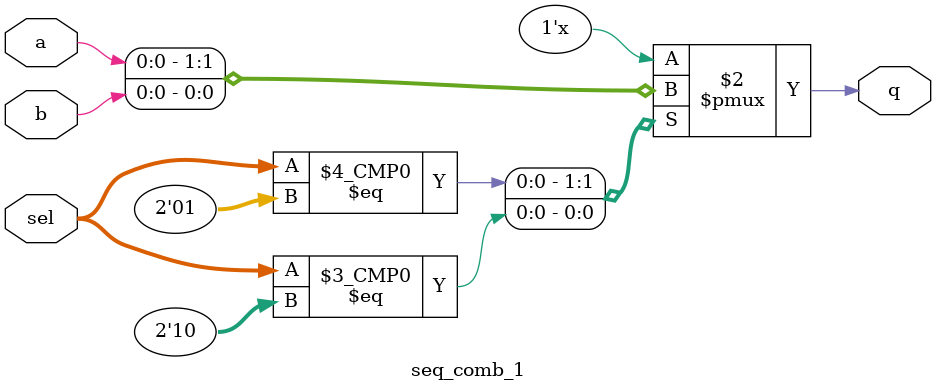
<source format=v>
module seq_comb_1 (
	input wire [1:0] sel,
	input wire a,
	input wire b,
	output reg q
);

always @(sel or a or b)
	case(sel)
		2'b01: q <= a;
		2'b10: q <= b;
	endcase

endmodule

</source>
